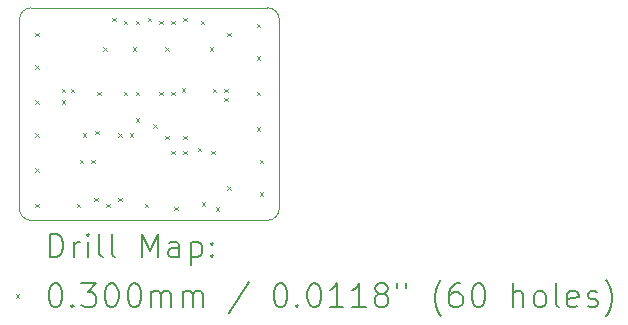
<source format=gbr>
%TF.GenerationSoftware,KiCad,Pcbnew,8.0.2*%
%TF.CreationDate,2024-11-23T19:12:37+01:00*%
%TF.ProjectId,NTR-Subcard,4e54522d-5375-4626-9361-72642e6b6963,rev?*%
%TF.SameCoordinates,Original*%
%TF.FileFunction,Drillmap*%
%TF.FilePolarity,Positive*%
%FSLAX45Y45*%
G04 Gerber Fmt 4.5, Leading zero omitted, Abs format (unit mm)*
G04 Created by KiCad (PCBNEW 8.0.2) date 2024-11-23 19:12:37*
%MOMM*%
%LPD*%
G01*
G04 APERTURE LIST*
%ADD10C,0.050000*%
%ADD11C,0.200000*%
%ADD12C,0.100000*%
G04 APERTURE END LIST*
D10*
X11950000Y-8300000D02*
X9950000Y-8300000D01*
X9850000Y-6600000D02*
G75*
G02*
X9950000Y-6500000I100000J0D01*
G01*
X11950000Y-6500000D02*
G75*
G02*
X12050000Y-6600000I0J-100000D01*
G01*
X9950000Y-6500000D02*
X11950000Y-6500000D01*
X12050000Y-8200000D02*
G75*
G02*
X11950000Y-8300000I-100000J0D01*
G01*
X9950000Y-8300000D02*
G75*
G02*
X9850000Y-8200000I0J100000D01*
G01*
X9850000Y-8200000D02*
X9850000Y-6600000D01*
X12050000Y-6600000D02*
X12050000Y-8200000D01*
D11*
D12*
X9985000Y-6710000D02*
X10015000Y-6740000D01*
X10015000Y-6710000D02*
X9985000Y-6740000D01*
X9985000Y-6985000D02*
X10015000Y-7015000D01*
X10015000Y-6985000D02*
X9985000Y-7015000D01*
X9985000Y-7285000D02*
X10015000Y-7315000D01*
X10015000Y-7285000D02*
X9985000Y-7315000D01*
X9985000Y-7560000D02*
X10015000Y-7590000D01*
X10015000Y-7560000D02*
X9985000Y-7590000D01*
X9985000Y-7860000D02*
X10015000Y-7890000D01*
X10015000Y-7860000D02*
X9985000Y-7890000D01*
X9985000Y-8160000D02*
X10015000Y-8190000D01*
X10015000Y-8160000D02*
X9985000Y-8190000D01*
X10210000Y-7185000D02*
X10240000Y-7215000D01*
X10240000Y-7185000D02*
X10210000Y-7215000D01*
X10210000Y-7285000D02*
X10240000Y-7315000D01*
X10240000Y-7285000D02*
X10210000Y-7315000D01*
X10285000Y-7185000D02*
X10315000Y-7215000D01*
X10315000Y-7185000D02*
X10285000Y-7215000D01*
X10335000Y-8160000D02*
X10365000Y-8190000D01*
X10365000Y-8160000D02*
X10335000Y-8190000D01*
X10360000Y-7785000D02*
X10390000Y-7815000D01*
X10390000Y-7785000D02*
X10360000Y-7815000D01*
X10385000Y-7560000D02*
X10415000Y-7590000D01*
X10415000Y-7560000D02*
X10385000Y-7590000D01*
X10460000Y-7785000D02*
X10490000Y-7815000D01*
X10490000Y-7785000D02*
X10460000Y-7815000D01*
X10485000Y-8110000D02*
X10515000Y-8140000D01*
X10515000Y-8110000D02*
X10485000Y-8140000D01*
X10489927Y-7539926D02*
X10519927Y-7569926D01*
X10519927Y-7539926D02*
X10489927Y-7569926D01*
X10510000Y-7210000D02*
X10540000Y-7240000D01*
X10540000Y-7210000D02*
X10510000Y-7240000D01*
X10560000Y-6835000D02*
X10590000Y-6865000D01*
X10590000Y-6835000D02*
X10560000Y-6865000D01*
X10585000Y-8160000D02*
X10615000Y-8190000D01*
X10615000Y-8160000D02*
X10585000Y-8190000D01*
X10635000Y-6585000D02*
X10665000Y-6615000D01*
X10665000Y-6585000D02*
X10635000Y-6615000D01*
X10685000Y-7560000D02*
X10715000Y-7590000D01*
X10715000Y-7560000D02*
X10685000Y-7590000D01*
X10685000Y-8110000D02*
X10715000Y-8140000D01*
X10715000Y-8110000D02*
X10685000Y-8140000D01*
X10735000Y-6610000D02*
X10765000Y-6640000D01*
X10765000Y-6610000D02*
X10735000Y-6640000D01*
X10735000Y-7210000D02*
X10765000Y-7240000D01*
X10765000Y-7210000D02*
X10735000Y-7240000D01*
X10785000Y-7560000D02*
X10815000Y-7590000D01*
X10815000Y-7560000D02*
X10785000Y-7590000D01*
X10810000Y-6835000D02*
X10840000Y-6865000D01*
X10840000Y-6835000D02*
X10810000Y-6865000D01*
X10835000Y-6610000D02*
X10865000Y-6640000D01*
X10865000Y-6610000D02*
X10835000Y-6640000D01*
X10835000Y-7210000D02*
X10865000Y-7240000D01*
X10865000Y-7210000D02*
X10835000Y-7240000D01*
X10835000Y-7435000D02*
X10865000Y-7465000D01*
X10865000Y-7435000D02*
X10835000Y-7465000D01*
X10910000Y-8160000D02*
X10940000Y-8190000D01*
X10940000Y-8160000D02*
X10910000Y-8190000D01*
X10935000Y-6585000D02*
X10965000Y-6615000D01*
X10965000Y-6585000D02*
X10935000Y-6615000D01*
X10985000Y-7485000D02*
X11015000Y-7515000D01*
X11015000Y-7485000D02*
X10985000Y-7515000D01*
X11035000Y-6610000D02*
X11065000Y-6640000D01*
X11065000Y-6610000D02*
X11035000Y-6640000D01*
X11035000Y-7210000D02*
X11065000Y-7240000D01*
X11065000Y-7210000D02*
X11035000Y-7240000D01*
X11085000Y-6835000D02*
X11115000Y-6865000D01*
X11115000Y-6835000D02*
X11085000Y-6865000D01*
X11085000Y-7585000D02*
X11115000Y-7615000D01*
X11115000Y-7585000D02*
X11085000Y-7615000D01*
X11135000Y-6610000D02*
X11165000Y-6640000D01*
X11165000Y-6610000D02*
X11135000Y-6640000D01*
X11135000Y-7210000D02*
X11165000Y-7240000D01*
X11165000Y-7210000D02*
X11135000Y-7240000D01*
X11135000Y-7710000D02*
X11165000Y-7740000D01*
X11165000Y-7710000D02*
X11135000Y-7740000D01*
X11160000Y-8185000D02*
X11190000Y-8215000D01*
X11190000Y-8185000D02*
X11160000Y-8215000D01*
X11222846Y-7179604D02*
X11252846Y-7209604D01*
X11252846Y-7179604D02*
X11222846Y-7209604D01*
X11235000Y-6585000D02*
X11265000Y-6615000D01*
X11265000Y-6585000D02*
X11235000Y-6615000D01*
X11235000Y-7585000D02*
X11265000Y-7615000D01*
X11265000Y-7585000D02*
X11235000Y-7615000D01*
X11235000Y-7710000D02*
X11265000Y-7740000D01*
X11265000Y-7710000D02*
X11235000Y-7740000D01*
X11360000Y-7685000D02*
X11390000Y-7715000D01*
X11390000Y-7685000D02*
X11360000Y-7715000D01*
X11385000Y-6610000D02*
X11415000Y-6640000D01*
X11415000Y-6610000D02*
X11385000Y-6640000D01*
X11393830Y-8148345D02*
X11423830Y-8178345D01*
X11423830Y-8148345D02*
X11393830Y-8178345D01*
X11460000Y-6835000D02*
X11490000Y-6865000D01*
X11490000Y-6835000D02*
X11460000Y-6865000D01*
X11475500Y-7710000D02*
X11505500Y-7740000D01*
X11505500Y-7710000D02*
X11475500Y-7740000D01*
X11485000Y-7185000D02*
X11515000Y-7215000D01*
X11515000Y-7185000D02*
X11485000Y-7215000D01*
X11510470Y-8186595D02*
X11540470Y-8216595D01*
X11540470Y-8186595D02*
X11510470Y-8216595D01*
X11585000Y-7185000D02*
X11615000Y-7215000D01*
X11615000Y-7185000D02*
X11585000Y-7215000D01*
X11585000Y-7260000D02*
X11615000Y-7290000D01*
X11615000Y-7260000D02*
X11585000Y-7290000D01*
X11610000Y-6710000D02*
X11640000Y-6740000D01*
X11640000Y-6710000D02*
X11610000Y-6740000D01*
X11610000Y-8010000D02*
X11640000Y-8040000D01*
X11640000Y-8010000D02*
X11610000Y-8040000D01*
X11860000Y-6635000D02*
X11890000Y-6665000D01*
X11890000Y-6635000D02*
X11860000Y-6665000D01*
X11860000Y-6910000D02*
X11890000Y-6940000D01*
X11890000Y-6910000D02*
X11860000Y-6940000D01*
X11860000Y-7210000D02*
X11890000Y-7240000D01*
X11890000Y-7210000D02*
X11860000Y-7240000D01*
X11860000Y-7510000D02*
X11890000Y-7540000D01*
X11890000Y-7510000D02*
X11860000Y-7540000D01*
X11885000Y-7785000D02*
X11915000Y-7815000D01*
X11915000Y-7785000D02*
X11885000Y-7815000D01*
X11885000Y-8060000D02*
X11915000Y-8090000D01*
X11915000Y-8060000D02*
X11885000Y-8090000D01*
D11*
X10108277Y-8613984D02*
X10108277Y-8413984D01*
X10108277Y-8413984D02*
X10155896Y-8413984D01*
X10155896Y-8413984D02*
X10184467Y-8423508D01*
X10184467Y-8423508D02*
X10203515Y-8442555D01*
X10203515Y-8442555D02*
X10213039Y-8461603D01*
X10213039Y-8461603D02*
X10222563Y-8499698D01*
X10222563Y-8499698D02*
X10222563Y-8528270D01*
X10222563Y-8528270D02*
X10213039Y-8566365D01*
X10213039Y-8566365D02*
X10203515Y-8585412D01*
X10203515Y-8585412D02*
X10184467Y-8604460D01*
X10184467Y-8604460D02*
X10155896Y-8613984D01*
X10155896Y-8613984D02*
X10108277Y-8613984D01*
X10308277Y-8613984D02*
X10308277Y-8480650D01*
X10308277Y-8518746D02*
X10317801Y-8499698D01*
X10317801Y-8499698D02*
X10327324Y-8490174D01*
X10327324Y-8490174D02*
X10346372Y-8480650D01*
X10346372Y-8480650D02*
X10365420Y-8480650D01*
X10432086Y-8613984D02*
X10432086Y-8480650D01*
X10432086Y-8413984D02*
X10422563Y-8423508D01*
X10422563Y-8423508D02*
X10432086Y-8433031D01*
X10432086Y-8433031D02*
X10441610Y-8423508D01*
X10441610Y-8423508D02*
X10432086Y-8413984D01*
X10432086Y-8413984D02*
X10432086Y-8433031D01*
X10555896Y-8613984D02*
X10536848Y-8604460D01*
X10536848Y-8604460D02*
X10527324Y-8585412D01*
X10527324Y-8585412D02*
X10527324Y-8413984D01*
X10660658Y-8613984D02*
X10641610Y-8604460D01*
X10641610Y-8604460D02*
X10632086Y-8585412D01*
X10632086Y-8585412D02*
X10632086Y-8413984D01*
X10889229Y-8613984D02*
X10889229Y-8413984D01*
X10889229Y-8413984D02*
X10955896Y-8556841D01*
X10955896Y-8556841D02*
X11022563Y-8413984D01*
X11022563Y-8413984D02*
X11022563Y-8613984D01*
X11203515Y-8613984D02*
X11203515Y-8509222D01*
X11203515Y-8509222D02*
X11193991Y-8490174D01*
X11193991Y-8490174D02*
X11174944Y-8480650D01*
X11174944Y-8480650D02*
X11136848Y-8480650D01*
X11136848Y-8480650D02*
X11117801Y-8490174D01*
X11203515Y-8604460D02*
X11184467Y-8613984D01*
X11184467Y-8613984D02*
X11136848Y-8613984D01*
X11136848Y-8613984D02*
X11117801Y-8604460D01*
X11117801Y-8604460D02*
X11108277Y-8585412D01*
X11108277Y-8585412D02*
X11108277Y-8566365D01*
X11108277Y-8566365D02*
X11117801Y-8547317D01*
X11117801Y-8547317D02*
X11136848Y-8537793D01*
X11136848Y-8537793D02*
X11184467Y-8537793D01*
X11184467Y-8537793D02*
X11203515Y-8528270D01*
X11298753Y-8480650D02*
X11298753Y-8680650D01*
X11298753Y-8490174D02*
X11317801Y-8480650D01*
X11317801Y-8480650D02*
X11355896Y-8480650D01*
X11355896Y-8480650D02*
X11374943Y-8490174D01*
X11374943Y-8490174D02*
X11384467Y-8499698D01*
X11384467Y-8499698D02*
X11393991Y-8518746D01*
X11393991Y-8518746D02*
X11393991Y-8575889D01*
X11393991Y-8575889D02*
X11384467Y-8594936D01*
X11384467Y-8594936D02*
X11374943Y-8604460D01*
X11374943Y-8604460D02*
X11355896Y-8613984D01*
X11355896Y-8613984D02*
X11317801Y-8613984D01*
X11317801Y-8613984D02*
X11298753Y-8604460D01*
X11479705Y-8594936D02*
X11489229Y-8604460D01*
X11489229Y-8604460D02*
X11479705Y-8613984D01*
X11479705Y-8613984D02*
X11470182Y-8604460D01*
X11470182Y-8604460D02*
X11479705Y-8594936D01*
X11479705Y-8594936D02*
X11479705Y-8613984D01*
X11479705Y-8490174D02*
X11489229Y-8499698D01*
X11489229Y-8499698D02*
X11479705Y-8509222D01*
X11479705Y-8509222D02*
X11470182Y-8499698D01*
X11470182Y-8499698D02*
X11479705Y-8490174D01*
X11479705Y-8490174D02*
X11479705Y-8509222D01*
D12*
X9817500Y-8927500D02*
X9847500Y-8957500D01*
X9847500Y-8927500D02*
X9817500Y-8957500D01*
D11*
X10146372Y-8833984D02*
X10165420Y-8833984D01*
X10165420Y-8833984D02*
X10184467Y-8843508D01*
X10184467Y-8843508D02*
X10193991Y-8853031D01*
X10193991Y-8853031D02*
X10203515Y-8872079D01*
X10203515Y-8872079D02*
X10213039Y-8910174D01*
X10213039Y-8910174D02*
X10213039Y-8957793D01*
X10213039Y-8957793D02*
X10203515Y-8995889D01*
X10203515Y-8995889D02*
X10193991Y-9014936D01*
X10193991Y-9014936D02*
X10184467Y-9024460D01*
X10184467Y-9024460D02*
X10165420Y-9033984D01*
X10165420Y-9033984D02*
X10146372Y-9033984D01*
X10146372Y-9033984D02*
X10127324Y-9024460D01*
X10127324Y-9024460D02*
X10117801Y-9014936D01*
X10117801Y-9014936D02*
X10108277Y-8995889D01*
X10108277Y-8995889D02*
X10098753Y-8957793D01*
X10098753Y-8957793D02*
X10098753Y-8910174D01*
X10098753Y-8910174D02*
X10108277Y-8872079D01*
X10108277Y-8872079D02*
X10117801Y-8853031D01*
X10117801Y-8853031D02*
X10127324Y-8843508D01*
X10127324Y-8843508D02*
X10146372Y-8833984D01*
X10298753Y-9014936D02*
X10308277Y-9024460D01*
X10308277Y-9024460D02*
X10298753Y-9033984D01*
X10298753Y-9033984D02*
X10289229Y-9024460D01*
X10289229Y-9024460D02*
X10298753Y-9014936D01*
X10298753Y-9014936D02*
X10298753Y-9033984D01*
X10374944Y-8833984D02*
X10498753Y-8833984D01*
X10498753Y-8833984D02*
X10432086Y-8910174D01*
X10432086Y-8910174D02*
X10460658Y-8910174D01*
X10460658Y-8910174D02*
X10479705Y-8919698D01*
X10479705Y-8919698D02*
X10489229Y-8929222D01*
X10489229Y-8929222D02*
X10498753Y-8948270D01*
X10498753Y-8948270D02*
X10498753Y-8995889D01*
X10498753Y-8995889D02*
X10489229Y-9014936D01*
X10489229Y-9014936D02*
X10479705Y-9024460D01*
X10479705Y-9024460D02*
X10460658Y-9033984D01*
X10460658Y-9033984D02*
X10403515Y-9033984D01*
X10403515Y-9033984D02*
X10384467Y-9024460D01*
X10384467Y-9024460D02*
X10374944Y-9014936D01*
X10622563Y-8833984D02*
X10641610Y-8833984D01*
X10641610Y-8833984D02*
X10660658Y-8843508D01*
X10660658Y-8843508D02*
X10670182Y-8853031D01*
X10670182Y-8853031D02*
X10679705Y-8872079D01*
X10679705Y-8872079D02*
X10689229Y-8910174D01*
X10689229Y-8910174D02*
X10689229Y-8957793D01*
X10689229Y-8957793D02*
X10679705Y-8995889D01*
X10679705Y-8995889D02*
X10670182Y-9014936D01*
X10670182Y-9014936D02*
X10660658Y-9024460D01*
X10660658Y-9024460D02*
X10641610Y-9033984D01*
X10641610Y-9033984D02*
X10622563Y-9033984D01*
X10622563Y-9033984D02*
X10603515Y-9024460D01*
X10603515Y-9024460D02*
X10593991Y-9014936D01*
X10593991Y-9014936D02*
X10584467Y-8995889D01*
X10584467Y-8995889D02*
X10574944Y-8957793D01*
X10574944Y-8957793D02*
X10574944Y-8910174D01*
X10574944Y-8910174D02*
X10584467Y-8872079D01*
X10584467Y-8872079D02*
X10593991Y-8853031D01*
X10593991Y-8853031D02*
X10603515Y-8843508D01*
X10603515Y-8843508D02*
X10622563Y-8833984D01*
X10813039Y-8833984D02*
X10832086Y-8833984D01*
X10832086Y-8833984D02*
X10851134Y-8843508D01*
X10851134Y-8843508D02*
X10860658Y-8853031D01*
X10860658Y-8853031D02*
X10870182Y-8872079D01*
X10870182Y-8872079D02*
X10879705Y-8910174D01*
X10879705Y-8910174D02*
X10879705Y-8957793D01*
X10879705Y-8957793D02*
X10870182Y-8995889D01*
X10870182Y-8995889D02*
X10860658Y-9014936D01*
X10860658Y-9014936D02*
X10851134Y-9024460D01*
X10851134Y-9024460D02*
X10832086Y-9033984D01*
X10832086Y-9033984D02*
X10813039Y-9033984D01*
X10813039Y-9033984D02*
X10793991Y-9024460D01*
X10793991Y-9024460D02*
X10784467Y-9014936D01*
X10784467Y-9014936D02*
X10774944Y-8995889D01*
X10774944Y-8995889D02*
X10765420Y-8957793D01*
X10765420Y-8957793D02*
X10765420Y-8910174D01*
X10765420Y-8910174D02*
X10774944Y-8872079D01*
X10774944Y-8872079D02*
X10784467Y-8853031D01*
X10784467Y-8853031D02*
X10793991Y-8843508D01*
X10793991Y-8843508D02*
X10813039Y-8833984D01*
X10965420Y-9033984D02*
X10965420Y-8900650D01*
X10965420Y-8919698D02*
X10974944Y-8910174D01*
X10974944Y-8910174D02*
X10993991Y-8900650D01*
X10993991Y-8900650D02*
X11022563Y-8900650D01*
X11022563Y-8900650D02*
X11041610Y-8910174D01*
X11041610Y-8910174D02*
X11051134Y-8929222D01*
X11051134Y-8929222D02*
X11051134Y-9033984D01*
X11051134Y-8929222D02*
X11060658Y-8910174D01*
X11060658Y-8910174D02*
X11079705Y-8900650D01*
X11079705Y-8900650D02*
X11108277Y-8900650D01*
X11108277Y-8900650D02*
X11127325Y-8910174D01*
X11127325Y-8910174D02*
X11136848Y-8929222D01*
X11136848Y-8929222D02*
X11136848Y-9033984D01*
X11232086Y-9033984D02*
X11232086Y-8900650D01*
X11232086Y-8919698D02*
X11241610Y-8910174D01*
X11241610Y-8910174D02*
X11260658Y-8900650D01*
X11260658Y-8900650D02*
X11289229Y-8900650D01*
X11289229Y-8900650D02*
X11308277Y-8910174D01*
X11308277Y-8910174D02*
X11317801Y-8929222D01*
X11317801Y-8929222D02*
X11317801Y-9033984D01*
X11317801Y-8929222D02*
X11327324Y-8910174D01*
X11327324Y-8910174D02*
X11346372Y-8900650D01*
X11346372Y-8900650D02*
X11374943Y-8900650D01*
X11374943Y-8900650D02*
X11393991Y-8910174D01*
X11393991Y-8910174D02*
X11403515Y-8929222D01*
X11403515Y-8929222D02*
X11403515Y-9033984D01*
X11793991Y-8824460D02*
X11622563Y-9081603D01*
X12051134Y-8833984D02*
X12070182Y-8833984D01*
X12070182Y-8833984D02*
X12089229Y-8843508D01*
X12089229Y-8843508D02*
X12098753Y-8853031D01*
X12098753Y-8853031D02*
X12108277Y-8872079D01*
X12108277Y-8872079D02*
X12117801Y-8910174D01*
X12117801Y-8910174D02*
X12117801Y-8957793D01*
X12117801Y-8957793D02*
X12108277Y-8995889D01*
X12108277Y-8995889D02*
X12098753Y-9014936D01*
X12098753Y-9014936D02*
X12089229Y-9024460D01*
X12089229Y-9024460D02*
X12070182Y-9033984D01*
X12070182Y-9033984D02*
X12051134Y-9033984D01*
X12051134Y-9033984D02*
X12032086Y-9024460D01*
X12032086Y-9024460D02*
X12022563Y-9014936D01*
X12022563Y-9014936D02*
X12013039Y-8995889D01*
X12013039Y-8995889D02*
X12003515Y-8957793D01*
X12003515Y-8957793D02*
X12003515Y-8910174D01*
X12003515Y-8910174D02*
X12013039Y-8872079D01*
X12013039Y-8872079D02*
X12022563Y-8853031D01*
X12022563Y-8853031D02*
X12032086Y-8843508D01*
X12032086Y-8843508D02*
X12051134Y-8833984D01*
X12203515Y-9014936D02*
X12213039Y-9024460D01*
X12213039Y-9024460D02*
X12203515Y-9033984D01*
X12203515Y-9033984D02*
X12193991Y-9024460D01*
X12193991Y-9024460D02*
X12203515Y-9014936D01*
X12203515Y-9014936D02*
X12203515Y-9033984D01*
X12336848Y-8833984D02*
X12355896Y-8833984D01*
X12355896Y-8833984D02*
X12374944Y-8843508D01*
X12374944Y-8843508D02*
X12384467Y-8853031D01*
X12384467Y-8853031D02*
X12393991Y-8872079D01*
X12393991Y-8872079D02*
X12403515Y-8910174D01*
X12403515Y-8910174D02*
X12403515Y-8957793D01*
X12403515Y-8957793D02*
X12393991Y-8995889D01*
X12393991Y-8995889D02*
X12384467Y-9014936D01*
X12384467Y-9014936D02*
X12374944Y-9024460D01*
X12374944Y-9024460D02*
X12355896Y-9033984D01*
X12355896Y-9033984D02*
X12336848Y-9033984D01*
X12336848Y-9033984D02*
X12317801Y-9024460D01*
X12317801Y-9024460D02*
X12308277Y-9014936D01*
X12308277Y-9014936D02*
X12298753Y-8995889D01*
X12298753Y-8995889D02*
X12289229Y-8957793D01*
X12289229Y-8957793D02*
X12289229Y-8910174D01*
X12289229Y-8910174D02*
X12298753Y-8872079D01*
X12298753Y-8872079D02*
X12308277Y-8853031D01*
X12308277Y-8853031D02*
X12317801Y-8843508D01*
X12317801Y-8843508D02*
X12336848Y-8833984D01*
X12593991Y-9033984D02*
X12479706Y-9033984D01*
X12536848Y-9033984D02*
X12536848Y-8833984D01*
X12536848Y-8833984D02*
X12517801Y-8862555D01*
X12517801Y-8862555D02*
X12498753Y-8881603D01*
X12498753Y-8881603D02*
X12479706Y-8891127D01*
X12784467Y-9033984D02*
X12670182Y-9033984D01*
X12727325Y-9033984D02*
X12727325Y-8833984D01*
X12727325Y-8833984D02*
X12708277Y-8862555D01*
X12708277Y-8862555D02*
X12689229Y-8881603D01*
X12689229Y-8881603D02*
X12670182Y-8891127D01*
X12898753Y-8919698D02*
X12879706Y-8910174D01*
X12879706Y-8910174D02*
X12870182Y-8900650D01*
X12870182Y-8900650D02*
X12860658Y-8881603D01*
X12860658Y-8881603D02*
X12860658Y-8872079D01*
X12860658Y-8872079D02*
X12870182Y-8853031D01*
X12870182Y-8853031D02*
X12879706Y-8843508D01*
X12879706Y-8843508D02*
X12898753Y-8833984D01*
X12898753Y-8833984D02*
X12936848Y-8833984D01*
X12936848Y-8833984D02*
X12955896Y-8843508D01*
X12955896Y-8843508D02*
X12965420Y-8853031D01*
X12965420Y-8853031D02*
X12974944Y-8872079D01*
X12974944Y-8872079D02*
X12974944Y-8881603D01*
X12974944Y-8881603D02*
X12965420Y-8900650D01*
X12965420Y-8900650D02*
X12955896Y-8910174D01*
X12955896Y-8910174D02*
X12936848Y-8919698D01*
X12936848Y-8919698D02*
X12898753Y-8919698D01*
X12898753Y-8919698D02*
X12879706Y-8929222D01*
X12879706Y-8929222D02*
X12870182Y-8938746D01*
X12870182Y-8938746D02*
X12860658Y-8957793D01*
X12860658Y-8957793D02*
X12860658Y-8995889D01*
X12860658Y-8995889D02*
X12870182Y-9014936D01*
X12870182Y-9014936D02*
X12879706Y-9024460D01*
X12879706Y-9024460D02*
X12898753Y-9033984D01*
X12898753Y-9033984D02*
X12936848Y-9033984D01*
X12936848Y-9033984D02*
X12955896Y-9024460D01*
X12955896Y-9024460D02*
X12965420Y-9014936D01*
X12965420Y-9014936D02*
X12974944Y-8995889D01*
X12974944Y-8995889D02*
X12974944Y-8957793D01*
X12974944Y-8957793D02*
X12965420Y-8938746D01*
X12965420Y-8938746D02*
X12955896Y-8929222D01*
X12955896Y-8929222D02*
X12936848Y-8919698D01*
X13051134Y-8833984D02*
X13051134Y-8872079D01*
X13127325Y-8833984D02*
X13127325Y-8872079D01*
X13422563Y-9110174D02*
X13413039Y-9100650D01*
X13413039Y-9100650D02*
X13393991Y-9072079D01*
X13393991Y-9072079D02*
X13384468Y-9053031D01*
X13384468Y-9053031D02*
X13374944Y-9024460D01*
X13374944Y-9024460D02*
X13365420Y-8976841D01*
X13365420Y-8976841D02*
X13365420Y-8938746D01*
X13365420Y-8938746D02*
X13374944Y-8891127D01*
X13374944Y-8891127D02*
X13384468Y-8862555D01*
X13384468Y-8862555D02*
X13393991Y-8843508D01*
X13393991Y-8843508D02*
X13413039Y-8814936D01*
X13413039Y-8814936D02*
X13422563Y-8805412D01*
X13584468Y-8833984D02*
X13546372Y-8833984D01*
X13546372Y-8833984D02*
X13527325Y-8843508D01*
X13527325Y-8843508D02*
X13517801Y-8853031D01*
X13517801Y-8853031D02*
X13498753Y-8881603D01*
X13498753Y-8881603D02*
X13489229Y-8919698D01*
X13489229Y-8919698D02*
X13489229Y-8995889D01*
X13489229Y-8995889D02*
X13498753Y-9014936D01*
X13498753Y-9014936D02*
X13508277Y-9024460D01*
X13508277Y-9024460D02*
X13527325Y-9033984D01*
X13527325Y-9033984D02*
X13565420Y-9033984D01*
X13565420Y-9033984D02*
X13584468Y-9024460D01*
X13584468Y-9024460D02*
X13593991Y-9014936D01*
X13593991Y-9014936D02*
X13603515Y-8995889D01*
X13603515Y-8995889D02*
X13603515Y-8948270D01*
X13603515Y-8948270D02*
X13593991Y-8929222D01*
X13593991Y-8929222D02*
X13584468Y-8919698D01*
X13584468Y-8919698D02*
X13565420Y-8910174D01*
X13565420Y-8910174D02*
X13527325Y-8910174D01*
X13527325Y-8910174D02*
X13508277Y-8919698D01*
X13508277Y-8919698D02*
X13498753Y-8929222D01*
X13498753Y-8929222D02*
X13489229Y-8948270D01*
X13727325Y-8833984D02*
X13746372Y-8833984D01*
X13746372Y-8833984D02*
X13765420Y-8843508D01*
X13765420Y-8843508D02*
X13774944Y-8853031D01*
X13774944Y-8853031D02*
X13784468Y-8872079D01*
X13784468Y-8872079D02*
X13793991Y-8910174D01*
X13793991Y-8910174D02*
X13793991Y-8957793D01*
X13793991Y-8957793D02*
X13784468Y-8995889D01*
X13784468Y-8995889D02*
X13774944Y-9014936D01*
X13774944Y-9014936D02*
X13765420Y-9024460D01*
X13765420Y-9024460D02*
X13746372Y-9033984D01*
X13746372Y-9033984D02*
X13727325Y-9033984D01*
X13727325Y-9033984D02*
X13708277Y-9024460D01*
X13708277Y-9024460D02*
X13698753Y-9014936D01*
X13698753Y-9014936D02*
X13689229Y-8995889D01*
X13689229Y-8995889D02*
X13679706Y-8957793D01*
X13679706Y-8957793D02*
X13679706Y-8910174D01*
X13679706Y-8910174D02*
X13689229Y-8872079D01*
X13689229Y-8872079D02*
X13698753Y-8853031D01*
X13698753Y-8853031D02*
X13708277Y-8843508D01*
X13708277Y-8843508D02*
X13727325Y-8833984D01*
X14032087Y-9033984D02*
X14032087Y-8833984D01*
X14117801Y-9033984D02*
X14117801Y-8929222D01*
X14117801Y-8929222D02*
X14108277Y-8910174D01*
X14108277Y-8910174D02*
X14089230Y-8900650D01*
X14089230Y-8900650D02*
X14060658Y-8900650D01*
X14060658Y-8900650D02*
X14041610Y-8910174D01*
X14041610Y-8910174D02*
X14032087Y-8919698D01*
X14241610Y-9033984D02*
X14222563Y-9024460D01*
X14222563Y-9024460D02*
X14213039Y-9014936D01*
X14213039Y-9014936D02*
X14203515Y-8995889D01*
X14203515Y-8995889D02*
X14203515Y-8938746D01*
X14203515Y-8938746D02*
X14213039Y-8919698D01*
X14213039Y-8919698D02*
X14222563Y-8910174D01*
X14222563Y-8910174D02*
X14241610Y-8900650D01*
X14241610Y-8900650D02*
X14270182Y-8900650D01*
X14270182Y-8900650D02*
X14289230Y-8910174D01*
X14289230Y-8910174D02*
X14298753Y-8919698D01*
X14298753Y-8919698D02*
X14308277Y-8938746D01*
X14308277Y-8938746D02*
X14308277Y-8995889D01*
X14308277Y-8995889D02*
X14298753Y-9014936D01*
X14298753Y-9014936D02*
X14289230Y-9024460D01*
X14289230Y-9024460D02*
X14270182Y-9033984D01*
X14270182Y-9033984D02*
X14241610Y-9033984D01*
X14422563Y-9033984D02*
X14403515Y-9024460D01*
X14403515Y-9024460D02*
X14393991Y-9005412D01*
X14393991Y-9005412D02*
X14393991Y-8833984D01*
X14574944Y-9024460D02*
X14555896Y-9033984D01*
X14555896Y-9033984D02*
X14517801Y-9033984D01*
X14517801Y-9033984D02*
X14498753Y-9024460D01*
X14498753Y-9024460D02*
X14489230Y-9005412D01*
X14489230Y-9005412D02*
X14489230Y-8929222D01*
X14489230Y-8929222D02*
X14498753Y-8910174D01*
X14498753Y-8910174D02*
X14517801Y-8900650D01*
X14517801Y-8900650D02*
X14555896Y-8900650D01*
X14555896Y-8900650D02*
X14574944Y-8910174D01*
X14574944Y-8910174D02*
X14584468Y-8929222D01*
X14584468Y-8929222D02*
X14584468Y-8948270D01*
X14584468Y-8948270D02*
X14489230Y-8967317D01*
X14660658Y-9024460D02*
X14679706Y-9033984D01*
X14679706Y-9033984D02*
X14717801Y-9033984D01*
X14717801Y-9033984D02*
X14736849Y-9024460D01*
X14736849Y-9024460D02*
X14746372Y-9005412D01*
X14746372Y-9005412D02*
X14746372Y-8995889D01*
X14746372Y-8995889D02*
X14736849Y-8976841D01*
X14736849Y-8976841D02*
X14717801Y-8967317D01*
X14717801Y-8967317D02*
X14689230Y-8967317D01*
X14689230Y-8967317D02*
X14670182Y-8957793D01*
X14670182Y-8957793D02*
X14660658Y-8938746D01*
X14660658Y-8938746D02*
X14660658Y-8929222D01*
X14660658Y-8929222D02*
X14670182Y-8910174D01*
X14670182Y-8910174D02*
X14689230Y-8900650D01*
X14689230Y-8900650D02*
X14717801Y-8900650D01*
X14717801Y-8900650D02*
X14736849Y-8910174D01*
X14813039Y-9110174D02*
X14822563Y-9100650D01*
X14822563Y-9100650D02*
X14841611Y-9072079D01*
X14841611Y-9072079D02*
X14851134Y-9053031D01*
X14851134Y-9053031D02*
X14860658Y-9024460D01*
X14860658Y-9024460D02*
X14870182Y-8976841D01*
X14870182Y-8976841D02*
X14870182Y-8938746D01*
X14870182Y-8938746D02*
X14860658Y-8891127D01*
X14860658Y-8891127D02*
X14851134Y-8862555D01*
X14851134Y-8862555D02*
X14841611Y-8843508D01*
X14841611Y-8843508D02*
X14822563Y-8814936D01*
X14822563Y-8814936D02*
X14813039Y-8805412D01*
M02*

</source>
